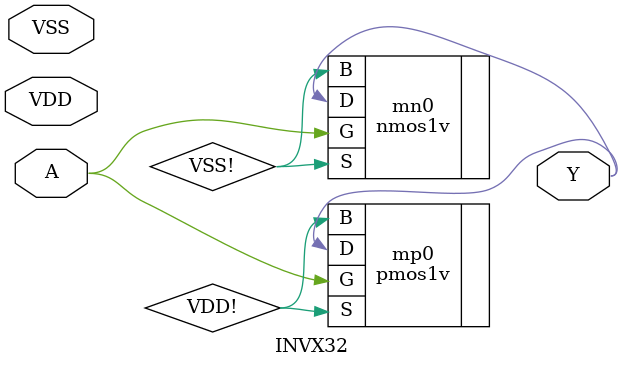
<source format=v>

module INVX32 (
Y,A,VDD,VSS );
output  Y;
input  A;
input  VDD;
input  VSS;
wire \VSS! ;
wire \VDD! ;
wire Y;
wire A;

pmos1v    
 mp0  ( .S( \VDD!  ), .G( A ), .D( Y ), .B( \VDD!  ) );

nmos1v    
 mn0  ( .S( \VSS!  ), .G( A ), .D( Y ), .B( \VSS!  ) );

endmodule


</source>
